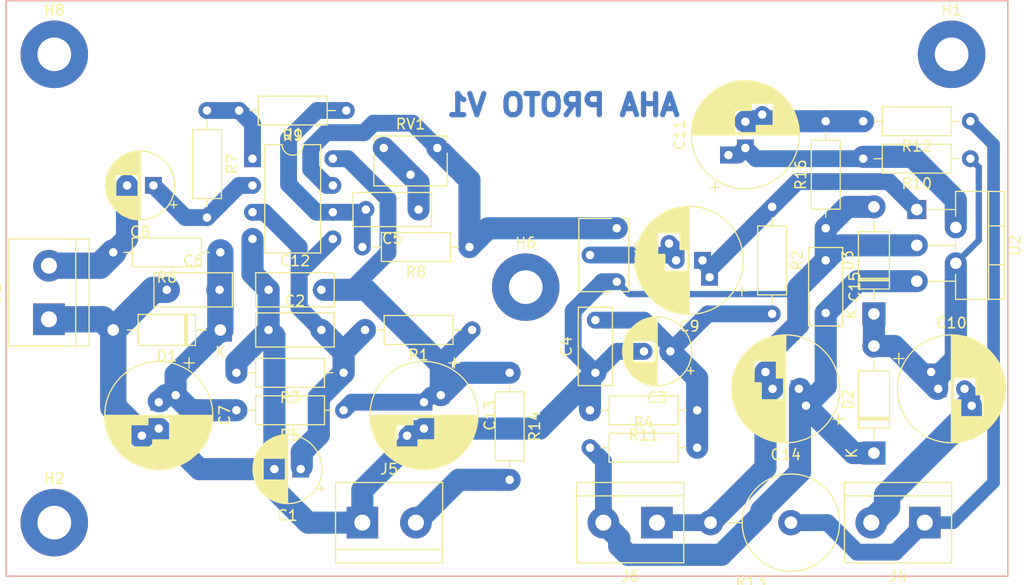
<source format=kicad_pcb>
(kicad_pcb (version 20171130) (host pcbnew "(5.1.5)-3")
  (layers (0 F.Cu signal) (31 B.Cu signal) (34 B.Paste user) (35 F.Paste user) (36 B.SilkS user) (37 F.SilkS user hide) (38 B.Mask user) (39 F.Mask user) (44 Edge.Cuts user))
  (net 0 "")
  (net 1 GND)
  (net 2 "Net-(C5-Pad2)")
  (net 3 "Net-(C5-Pad1)")
  (net 4 "Net-(C6-Pad2)")
  (net 5 "Net-(C8-Pad2)")
  (net 6 "Net-(C10-Pad1)")
  (net 7 "Net-(C9-Pad1)")
  (net 8 "Net-(C10-Pad2)")
  (net 9 "Net-(C11-Pad2)")
  (net 10 "Net-(C11-Pad1)")
  (net 11 VCC1)
  (net 12 VCC2)
  (net 13 "Net-(J4-Pad1)")
  (net 14 "Net-(C9-Pad2)")
  (net 15 "Net-(R7-Pad1)")
  (net 16 "Net-(C8-Pad1)")
  (net 17 VGND)
  (net 18 "Net-(C3-Pad1)")
  (net 19 "Net-(J5-Pad2)")
  (net 20 "Net-(R8-Pad1)")
  (module Resistor_THT:R_Axial_DIN0207_L6.3mm_D2.5mm_P10.16mm_Horizontal (layer F.Cu) (at 114.3 104.648)
    (fp_text reference R4 (at 5.08 -2.37) (layer F.SilkS))
    (fp_text value 22k)
    (pad 2 thru_hole oval (at 10.16 0) (size 1.6 1.6) (drill 0.8) (layers *.Cu *.Mask) (net 18 "Net-(C3-Pad1)"))
    (pad 1 thru_hole circle (at 0 0) (size 1.6 1.6) (drill 0.8) (layers *.Cu *.Mask) (net 12 VCC2))
  )
  (module Diode_THT:D_DO-41_SOD81_P10.16mm_Horizontal (layer F.Cu) (at 141.224 91.948 90)
    (fp_text reference D3 (at 5.08 -2.47 90) (layer F.SilkS))
    (fp_text value 1N4001)
    (fp_text user K (at 0 -2.1 90) (layer F.SilkS))
    (pad 2 thru_hole oval (at 10.16 0 90) (size 2.2 2.2) (drill 1.1) (layers *.Cu *.Mask) (net 1 GND))
    (pad 1 thru_hole rect (at 0 0 90) (size 2.2 2.2) (drill 1.1) (layers *.Cu *.Mask) (net 6 "Net-(C10-Pad1)"))
  )
  (module Diode_THT:D_DO-41_SOD81_P10.16mm_Horizontal (layer F.Cu) (at 141.224 105.156 90)
    (fp_text reference D2 (at 5.08 -2.47 90) (layer F.SilkS))
    (fp_text value 1N4001)
    (fp_text user K (at 0 -2.1 90) (layer F.SilkS))
    (pad 2 thru_hole oval (at 10.16 0 90) (size 2.2 2.2) (drill 1.1) (layers *.Cu *.Mask) (net 6 "Net-(C10-Pad1)"))
    (pad 1 thru_hole rect (at 0 0 90) (size 2.2 2.2) (drill 1.1) (layers *.Cu *.Mask) (net 12 VCC2))
  )
  (module TerminalBlock:TerminalBlock_bornier-2_P5.08mm (layer F.Cu) (at 92.71 111.76)
    (fp_text reference J5 (at 2.54 -5.08) (layer F.SilkS))
    (fp_text value power)
    (pad 2 thru_hole circle (at 5.08 0) (size 3 3) (drill 1.52) (layers *.Cu *.Mask) (net 19 "Net-(J5-Pad2)"))
    (pad 1 thru_hole rect (at 0 0) (size 3 3) (drill 1.52) (layers *.Cu *.Mask) (net 1 GND))
  )
  (module TerminalBlock:TerminalBlock_bornier-2_P5.08mm (layer F.Cu) (at 120.65 111.76 180)
    (fp_text reference J6 (at 2.54 -5.08) (layer F.SilkS))
    (fp_text value power)
    (pad 2 thru_hole circle (at 5.08 0 180) (size 3 3) (drill 1.52) (layers *.Cu *.Mask) (net 12 VCC2))
    (pad 1 thru_hole rect (at 0 0 180) (size 3 3) (drill 1.52) (layers *.Cu *.Mask) (net 1 GND))
  )
  (module Resistor_THT:R_Axial_DIN0207_L6.3mm_D2.5mm_P10.16mm_Horizontal (layer F.Cu) (at 124.46 101.092 180)
    (fp_text reference R11 (at 5.08 -2.37) (layer F.SilkS))
    (fp_text value 22k)
    (pad 2 thru_hole oval (at 10.16 0 180) (size 1.6 1.6) (drill 0.8) (layers *.Cu *.Mask) (net 1 GND))
    (pad 1 thru_hole circle (at 0 0 180) (size 1.6 1.6) (drill 0.8) (layers *.Cu *.Mask) (net 18 "Net-(C3-Pad1)"))
  )
  (module Resistor_THT:R_Axial_DIN0207_L6.3mm_D2.5mm_P10.16mm_Horizontal (layer F.Cu) (at 131.572 81.788 270)
    (fp_text reference R2 (at 5.08 -2.37 90) (layer F.SilkS))
    (fp_text value 22k)
    (pad 2 thru_hole oval (at 10.16 0 270) (size 1.6 1.6) (drill 0.8) (layers *.Cu *.Mask) (net 18 "Net-(C3-Pad1)"))
    (pad 1 thru_hole circle (at 0 0 270) (size 1.6 1.6) (drill 0.8) (layers *.Cu *.Mask) (net 7 "Net-(C9-Pad1)"))
  )
  (module Capacitor_THT:C_Rect_L7.2mm_W3.0mm_P5.00mm_FKS2_FKP2_MKS2_MKP2 (layer F.Cu) (at 114.808 97.536 90)
    (fp_text reference C4 (at 2.5 -2.75 90) (layer F.SilkS))
    (fp_text value 100n)
    (pad 2 thru_hole circle (at 5 0 90) (size 1.6 1.6) (drill 0.8) (layers *.Cu *.Mask) (net 18 "Net-(C3-Pad1)"))
    (pad 1 thru_hole circle (at 0 0 90) (size 1.6 1.6) (drill 0.8) (layers *.Cu *.Mask) (net 1 GND))
  )
  (module Capacitor_THT:CP_Radial_D6.3mm_P2.50mm (layer F.Cu) (at 121.92 95.504 180)
    (fp_text reference C3 (at 1.25 -4.4) (layer F.SilkS))
    (fp_text value "22u 16V")
    (pad 2 thru_hole circle (at 2.5 0 180) (size 1.6 1.6) (drill 0.8) (layers *.Cu *.Mask) (net 1 GND))
    (pad 1 thru_hole rect (at 0 0 180) (size 1.6 1.6) (drill 0.8) (layers *.Cu *.Mask) (net 18 "Net-(C3-Pad1)"))
  )
  (module Capacitor_THT:CP_Radial_D10.0mm_P2.50mm_P5.00mm (layer F.Cu) (at 129.032 76.2 90)
    (fp_text reference C11 (at 1.25 -6.25 90) (layer F.SilkS))
    (fp_text value "1000u 16V")
    (pad 2 thru_hole circle (at 3.170937 1.6 90) (size 1.6 1.6) (drill 0.8) (layers *.Cu *.Mask) (net 9 "Net-(C11-Pad2)"))
    (pad 1 thru_hole rect (at -0.670937 -1.6 90) (size 1.6 1.6) (drill 0.8) (layers *.Cu *.Mask) (net 10 "Net-(C11-Pad1)"))
    (pad 2 thru_hole circle (at 2.5 0 90) (size 1.6 1.6) (drill 0.8) (layers *.Cu *.Mask) (net 9 "Net-(C11-Pad2)"))
    (pad 1 thru_hole rect (at 0 0 90) (size 1.6 1.6) (drill 0.8) (layers *.Cu *.Mask) (net 10 "Net-(C11-Pad1)"))
  )
  (module Capacitor_THT:CP_Radial_D10.0mm_P2.50mm_P5.00mm (layer F.Cu) (at 98.552 100.33 270)
    (fp_text reference C13 (at 1.25 -6.25 90) (layer F.SilkS))
    (fp_text value "220u 35V")
    (pad 2 thru_hole circle (at 3.170937 1.6 270) (size 1.6 1.6) (drill 0.8) (layers *.Cu *.Mask) (net 1 GND))
    (pad 1 thru_hole rect (at -0.670937 -1.6 270) (size 1.6 1.6) (drill 0.8) (layers *.Cu *.Mask) (net 11 VCC1))
    (pad 2 thru_hole circle (at 2.5 0 270) (size 1.6 1.6) (drill 0.8) (layers *.Cu *.Mask) (net 1 GND))
    (pad 1 thru_hole rect (at 0 0 270) (size 1.6 1.6) (drill 0.8) (layers *.Cu *.Mask) (net 11 VCC1))
  )
  (module MountingHole:MountingHole_3.2mm_M3_Pad (layer F.Cu) (at 108.204 89.408)
    (fp_text reference H6 (at 0 -4.2) (layer F.SilkS))
    (fp_text value MountingHole)
    (pad 1 thru_hole circle (at 0 0) (size 6.4 6.4) (drill 3.2) (layers *.Cu *.Mask))
  )
  (module MountingHole:MountingHole_3.2mm_M3_Pad (layer F.Cu) (at 148.59 67.31)
    (fp_text reference H1 (at 0 -4.2) (layer F.SilkS))
    (fp_text value MountingHole)
    (pad 1 thru_hole circle (at 0 0) (size 6.4 6.4) (drill 3.2) (layers *.Cu *.Mask))
  )
  (module Capacitor_THT:CP_Radial_D6.3mm_P2.50mm (layer F.Cu) (at 72.898 79.756 180)
    (fp_text reference C8 (at 1.25 -4.4) (layer F.SilkS))
    (fp_text value 2.2u)
    (pad 2 thru_hole circle (at 2.5 0 180) (size 1.6 1.6) (drill 0.8) (layers *.Cu *.Mask) (net 5 "Net-(C8-Pad2)"))
    (pad 1 thru_hole rect (at 0 0 180) (size 1.6 1.6) (drill 0.8) (layers *.Cu *.Mask) (net 16 "Net-(C8-Pad1)"))
  )
  (module Resistor_THT:R_Axial_DIN0207_L6.3mm_D2.5mm_P10.16mm_Horizontal (layer F.Cu) (at 91.186 72.644 180)
    (fp_text reference R9 (at 5.08 -2.37) (layer F.SilkS))
    (fp_text value 22k)
    (pad 2 thru_hole oval (at 10.16 0 180) (size 1.6 1.6) (drill 0.8) (layers *.Cu *.Mask) (net 15 "Net-(R7-Pad1)"))
    (pad 1 thru_hole circle (at 0 0 180) (size 1.6 1.6) (drill 0.8) (layers *.Cu *.Mask) (net 2 "Net-(C5-Pad2)"))
  )
  (module Resistor_THT:R_Axial_DIN0207_L6.3mm_D2.5mm_P10.16mm_Horizontal (layer F.Cu) (at 103.124 93.472 180)
    (fp_text reference R1 (at 5.08 -2.37) (layer F.SilkS))
    (fp_text value 22k)
    (pad 2 thru_hole oval (at 10.16 0 180) (size 1.6 1.6) (drill 0.8) (layers *.Cu *.Mask) (net 17 VGND))
    (pad 1 thru_hole circle (at 0 0 180) (size 1.6 1.6) (drill 0.8) (layers *.Cu *.Mask) (net 11 VCC1))
  )
  (module Resistor_THT:R_Axial_DIN0918_L18.0mm_D9.0mm_P7.62mm_Vertical (layer F.Cu) (at 133.35 111.76 180)
    (fp_text reference R13 (at 3.81 -5.62) (layer F.SilkS))
    (fp_text value 0.47)
    (pad 2 thru_hole oval (at 7.62 0 180) (size 2.4 2.4) (drill 1.2) (layers *.Cu *.Mask) (net 1 GND))
    (pad 1 thru_hole circle (at 0 0 180) (size 2.4 2.4) (drill 1.2) (layers *.Cu *.Mask) (net 13 "Net-(J4-Pad1)"))
  )
  (module Capacitor_THT:CP_Radial_D10.0mm_P2.50mm_P5.00mm (layer F.Cu) (at 124.968 86.868 180)
    (fp_text reference C9 (at 1.25 -6.25) (layer F.SilkS))
    (fp_text value "22u 16V")
    (pad 2 thru_hole circle (at 3.170937 1.6 180) (size 1.6 1.6) (drill 0.8) (layers *.Cu *.Mask) (net 14 "Net-(C9-Pad2)"))
    (pad 1 thru_hole rect (at -0.670937 -1.6 180) (size 1.6 1.6) (drill 0.8) (layers *.Cu *.Mask) (net 7 "Net-(C9-Pad1)"))
    (pad 2 thru_hole circle (at 2.5 0 180) (size 1.6 1.6) (drill 0.8) (layers *.Cu *.Mask) (net 14 "Net-(C9-Pad2)"))
    (pad 1 thru_hole rect (at 0 0 180) (size 1.6 1.6) (drill 0.8) (layers *.Cu *.Mask) (net 7 "Net-(C9-Pad1)"))
  )
  (module Capacitor_THT:C_Rect_L7.2mm_W3.0mm_P5.00mm_FKS2_FKP2_MKS2_MKP2 (layer F.Cu) (at 136.652 86.868 270)
    (fp_text reference C15 (at 2.5 -2.75 90) (layer F.SilkS))
    (fp_text value 100n)
    (pad 2 thru_hole circle (at 5 0 270) (size 1.6 1.6) (drill 0.8) (layers *.Cu *.Mask) (net 12 VCC2))
    (pad 1 thru_hole circle (at 0 0 270) (size 1.6 1.6) (drill 0.8) (layers *.Cu *.Mask) (net 1 GND))
  )
  (module Resistor_THT:R_Axial_DIN0207_L6.3mm_D2.5mm_P10.16mm_Horizontal (layer F.Cu) (at 136.652 83.82 90)
    (fp_text reference R16 (at 5.08 -2.37 90) (layer F.SilkS))
    (fp_text value 1k)
    (pad 2 thru_hole oval (at 10.16 0 90) (size 1.6 1.6) (drill 0.8) (layers *.Cu *.Mask) (net 9 "Net-(C11-Pad2)"))
    (pad 1 thru_hole circle (at 0 0 90) (size 1.6 1.6) (drill 0.8) (layers *.Cu *.Mask) (net 1 GND))
  )
  (module Capacitor_THT:CP_Radial_D10.0mm_P2.50mm_P5.00mm (layer F.Cu) (at 134.112 99.06 180)
    (fp_text reference C14 (at 1.25 -6.25) (layer F.SilkS))
    (fp_text value "2200u 35V")
    (pad 2 thru_hole circle (at 3.170937 1.6 180) (size 1.6 1.6) (drill 0.8) (layers *.Cu *.Mask) (net 1 GND))
    (pad 1 thru_hole rect (at -0.670937 -1.6 180) (size 1.6 1.6) (drill 0.8) (layers *.Cu *.Mask) (net 12 VCC2))
    (pad 2 thru_hole circle (at 2.5 0 180) (size 1.6 1.6) (drill 0.8) (layers *.Cu *.Mask) (net 1 GND))
    (pad 1 thru_hole rect (at 0 0 180) (size 1.6 1.6) (drill 0.8) (layers *.Cu *.Mask) (net 12 VCC2))
  )
  (module Capacitor_THT:CP_Radial_D10.0mm_P2.50mm_P5.00mm (layer F.Cu) (at 147.32 99.06)
    (fp_text reference C10 (at 1.25 -6.25) (layer F.SilkS))
    (fp_text value "2200u 35V")
    (pad 2 thru_hole circle (at 3.170937 1.6) (size 1.6 1.6) (drill 0.8) (layers *.Cu *.Mask) (net 8 "Net-(C10-Pad2)"))
    (pad 1 thru_hole rect (at -0.670937 -1.6) (size 1.6 1.6) (drill 0.8) (layers *.Cu *.Mask) (net 6 "Net-(C10-Pad1)"))
    (pad 2 thru_hole circle (at 2.5 0) (size 1.6 1.6) (drill 0.8) (layers *.Cu *.Mask) (net 8 "Net-(C10-Pad2)"))
    (pad 1 thru_hole rect (at 0 0) (size 1.6 1.6) (drill 0.8) (layers *.Cu *.Mask) (net 6 "Net-(C10-Pad1)"))
  )
  (module Capacitor_THT:C_Rect_L7.2mm_W3.0mm_P5.00mm_FKS2_FKP2_MKS2_MKP2 (layer F.Cu) (at 98.044 82.042 180)
    (fp_text reference C5 (at 2.5 -2.75) (layer F.SilkS))
    (fp_text value 100n)
    (pad 2 thru_hole circle (at 5 0 180) (size 1.6 1.6) (drill 0.8) (layers *.Cu *.Mask) (net 2 "Net-(C5-Pad2)"))
    (pad 1 thru_hole circle (at 0 0 180) (size 1.6 1.6) (drill 0.8) (layers *.Cu *.Mask) (net 3 "Net-(C5-Pad1)"))
  )
  (module Resistor_THT:R_Axial_DIN0207_L6.3mm_D2.5mm_P10.16mm_Horizontal (layer F.Cu) (at 77.978 72.644 270)
    (fp_text reference R7 (at 5.08 -2.37 90) (layer F.SilkS))
    (fp_text value 75k)
    (pad 2 thru_hole oval (at 10.16 0 270) (size 1.6 1.6) (drill 0.8) (layers *.Cu *.Mask) (net 16 "Net-(C8-Pad1)"))
    (pad 1 thru_hole circle (at 0 0 270) (size 1.6 1.6) (drill 0.8) (layers *.Cu *.Mask) (net 15 "Net-(R7-Pad1)"))
  )
  (module Capacitor_THT:C_Rect_L7.2mm_W3.0mm_P5.00mm_FKS2_FKP2_MKS2_MKP2 (layer F.Cu) (at 83.82 93.472)
    (fp_text reference C2 (at 2.5 -2.75) (layer F.SilkS))
    (fp_text value 100n)
    (pad 2 thru_hole circle (at 5 0) (size 1.6 1.6) (drill 0.8) (layers *.Cu *.Mask) (net 17 VGND))
    (pad 1 thru_hole circle (at 0 0) (size 1.6 1.6) (drill 0.8) (layers *.Cu *.Mask) (net 1 GND))
  )
  (module Package_DIP:DIP-8_W7.62mm (layer F.Cu) (at 82.296 77.216)
    (fp_text reference U1 (at 3.81 -2.33) (layer F.SilkS))
    (fp_text value NE5532)
    (pad 8 thru_hole oval (at 7.62 0) (size 1.6 1.6) (drill 0.8) (layers *.Cu *.Mask) (net 11 VCC1))
    (pad 4 thru_hole oval (at 0 7.62) (size 1.6 1.6) (drill 0.8) (layers *.Cu *.Mask) (net 1 GND))
    (pad 7 thru_hole oval (at 7.62 2.54) (size 1.6 1.6) (drill 0.8) (layers *.Cu *.Mask) (net 20 "Net-(R8-Pad1)"))
    (pad 3 thru_hole oval (at 0 5.08) (size 1.6 1.6) (drill 0.8) (layers *.Cu *.Mask) (net 17 VGND))
    (pad 6 thru_hole oval (at 7.62 5.08) (size 1.6 1.6) (drill 0.8) (layers *.Cu *.Mask) (net 2 "Net-(C5-Pad2)"))
    (pad 2 thru_hole oval (at 0 2.54) (size 1.6 1.6) (drill 0.8) (layers *.Cu *.Mask) (net 16 "Net-(C8-Pad1)"))
    (pad 5 thru_hole oval (at 7.62 7.62) (size 1.6 1.6) (drill 0.8) (layers *.Cu *.Mask) (net 17 VGND))
    (pad 1 thru_hole rect (at 0 0) (size 1.6 1.6) (drill 0.8) (layers *.Cu *.Mask) (net 15 "Net-(R7-Pad1)"))
  )
  (module Resistor_THT:R_Axial_DIN0207_L6.3mm_D2.5mm_P10.16mm_Horizontal (layer F.Cu) (at 102.87 85.598 180)
    (fp_text reference R8 (at 5.08 -2.37) (layer F.SilkS))
    (fp_text value 22k)
    (pad 2 thru_hole oval (at 10.16 0 180) (size 1.6 1.6) (drill 0.8) (layers *.Cu *.Mask) (net 2 "Net-(C5-Pad2)"))
    (pad 1 thru_hole circle (at 0 0 180) (size 1.6 1.6) (drill 0.8) (layers *.Cu *.Mask) (net 20 "Net-(R8-Pad1)"))
  )
  (module Package_TO_SOT_THT:TO-220-5_P3.4x3.7mm_StaggerOdd_Lead3.8mm_Vertical (layer F.Cu) (at 145.288 82.042 270)
    (fp_text reference U2 (at 3.4 -9.32 90) (layer F.SilkS))
    (fp_text value TDA2050)
    (pad 5 thru_hole oval (at 6.8 0 270) (size 1.8 1.8) (drill 1.1) (layers *.Cu *.Mask) (net 12 VCC2))
    (pad 4 thru_hole oval (at 5.1 -3.7 270) (size 1.8 1.8) (drill 1.1) (layers *.Cu *.Mask) (net 6 "Net-(C10-Pad1)"))
    (pad 3 thru_hole oval (at 3.4 0 270) (size 1.8 1.8) (drill 1.1) (layers *.Cu *.Mask) (net 1 GND))
    (pad 2 thru_hole oval (at 1.7 -3.7 270) (size 1.8 1.8) (drill 1.1) (layers *.Cu *.Mask) (net 10 "Net-(C11-Pad1)"))
    (pad 1 thru_hole rect (at 0 0 270) (size 1.8 1.8) (drill 1.1) (layers *.Cu *.Mask) (net 7 "Net-(C9-Pad1)"))
  )
  (module Potentiometer_THT:Potentiometer_Bourns_3266W_Vertical (layer F.Cu) (at 116.84 88.9 270)
    (fp_text reference RV2 (at -2.54 -2.27 90) (layer F.SilkS))
    (fp_text value 22k)
    (pad 3 thru_hole circle (at -5.08 0 270) (size 1.44 1.44) (drill 0.8) (layers *.Cu *.Mask) (net 20 "Net-(R8-Pad1)"))
    (pad 2 thru_hole circle (at -2.54 2.54 270) (size 1.44 1.44) (drill 0.8) (layers *.Cu *.Mask) (net 14 "Net-(C9-Pad2)"))
    (pad 1 thru_hole circle (at 0 0 270) (size 1.44 1.44) (drill 0.8) (layers *.Cu *.Mask) (net 1 GND))
  )
  (module Potentiometer_THT:Potentiometer_Bourns_3266W_Vertical (layer F.Cu) (at 99.822 76.2)
    (fp_text reference RV1 (at -2.54 -2.27) (layer F.SilkS))
    (fp_text value 1k)
    (pad 3 thru_hole circle (at -5.08 0) (size 1.44 1.44) (drill 0.8) (layers *.Cu *.Mask) (net 3 "Net-(C5-Pad1)"))
    (pad 2 thru_hole circle (at -2.54 2.54) (size 1.44 1.44) (drill 0.8) (layers *.Cu *.Mask) (net 3 "Net-(C5-Pad1)"))
    (pad 1 thru_hole circle (at 0 0) (size 1.44 1.44) (drill 0.8) (layers *.Cu *.Mask) (net 20 "Net-(R8-Pad1)"))
  )
  (module Resistor_THT:R_Axial_DIN0207_L6.3mm_D2.5mm_P10.16mm_Horizontal (layer F.Cu) (at 106.68 97.536 270)
    (fp_text reference R14 (at 5.08 -2.37 90) (layer F.SilkS))
    (fp_text value 1)
    (pad 2 thru_hole oval (at 10.16 0 270) (size 1.6 1.6) (drill 0.8) (layers *.Cu *.Mask) (net 19 "Net-(J5-Pad2)"))
    (pad 1 thru_hole circle (at 0 0 270) (size 1.6 1.6) (drill 0.8) (layers *.Cu *.Mask) (net 11 VCC1))
  )
  (module Resistor_THT:R_Axial_DIN0207_L6.3mm_D2.5mm_P10.16mm_Horizontal (layer F.Cu) (at 150.368 73.66 180)
    (fp_text reference R12 (at 5.08 -2.37) (layer F.SilkS))
    (fp_text value 100)
    (pad 2 thru_hole oval (at 10.16 0 180) (size 1.6 1.6) (drill 0.8) (layers *.Cu *.Mask) (net 9 "Net-(C11-Pad2)"))
    (pad 1 thru_hole circle (at 0 0 180) (size 1.6 1.6) (drill 0.8) (layers *.Cu *.Mask) (net 13 "Net-(J4-Pad1)"))
  )
  (module Resistor_THT:R_Axial_DIN0207_L6.3mm_D2.5mm_P10.16mm_Horizontal (layer F.Cu) (at 150.368 77.216 180)
    (fp_text reference R10 (at 5.08 -2.37) (layer F.SilkS))
    (fp_text value 22k)
    (pad 2 thru_hole oval (at 10.16 0 180) (size 1.6 1.6) (drill 0.8) (layers *.Cu *.Mask) (net 10 "Net-(C11-Pad1)"))
    (pad 1 thru_hole circle (at 0 0 180) (size 1.6 1.6) (drill 0.8) (layers *.Cu *.Mask) (net 6 "Net-(C10-Pad1)"))
  )
  (module Resistor_THT:R_Axial_DIN0207_L6.3mm_D2.5mm_P10.16mm_Horizontal (layer F.Cu) (at 79.248 86.106 180)
    (fp_text reference R6 (at 5.08 -2.37) (layer F.SilkS))
    (fp_text value 13.7k)
    (pad 2 thru_hole oval (at 10.16 0 180) (size 1.6 1.6) (drill 0.8) (layers *.Cu *.Mask) (net 5 "Net-(C8-Pad2)"))
    (pad 1 thru_hole circle (at 0 0 180) (size 1.6 1.6) (drill 0.8) (layers *.Cu *.Mask) (net 4 "Net-(C6-Pad2)"))
  )
  (module Resistor_THT:R_Axial_DIN0207_L6.3mm_D2.5mm_P10.16mm_Horizontal (layer F.Cu) (at 90.932 101.092 180)
    (fp_text reference R5 (at 5.08 -2.37) (layer F.SilkS))
    (fp_text value 220)
    (pad 2 thru_hole oval (at 10.16 0 180) (size 1.6 1.6) (drill 0.8) (layers *.Cu *.Mask) (net 4 "Net-(C6-Pad2)"))
    (pad 1 thru_hole circle (at 0 0 180) (size 1.6 1.6) (drill 0.8) (layers *.Cu *.Mask) (net 11 VCC1))
  )
  (module Resistor_THT:R_Axial_DIN0207_L6.3mm_D2.5mm_P10.16mm_Horizontal (layer F.Cu) (at 90.932 97.536 180)
    (fp_text reference R3 (at 5.08 -2.37) (layer F.SilkS))
    (fp_text value 22k)
    (pad 2 thru_hole oval (at 10.16 0 180) (size 1.6 1.6) (drill 0.8) (layers *.Cu *.Mask) (net 1 GND))
    (pad 1 thru_hole circle (at 0 0 180) (size 1.6 1.6) (drill 0.8) (layers *.Cu *.Mask) (net 17 VGND))
  )
  (module TerminalBlock:TerminalBlock_bornier-2_P5.08mm (layer F.Cu) (at 146.05 111.76 180)
    (fp_text reference J4 (at 2.54 -5.08) (layer F.SilkS))
    (fp_text value amp-out)
    (pad 2 thru_hole circle (at 5.08 0 180) (size 3 3) (drill 1.52) (layers *.Cu *.Mask) (net 8 "Net-(C10-Pad2)"))
    (pad 1 thru_hole rect (at 0 0 180) (size 3 3) (drill 1.52) (layers *.Cu *.Mask) (net 13 "Net-(J4-Pad1)"))
  )
  (module TerminalBlock:TerminalBlock_bornier-2_P5.08mm (layer F.Cu) (at 62.992 92.456 90)
    (fp_text reference J1 (at 2.54 -5.08 90) (layer F.SilkS))
    (fp_text value mic-in)
    (pad 2 thru_hole circle (at 5.08 0 90) (size 3 3) (drill 1.52) (layers *.Cu *.Mask) (net 5 "Net-(C8-Pad2)"))
    (pad 1 thru_hole rect (at 0 0 90) (size 3 3) (drill 1.52) (layers *.Cu *.Mask) (net 1 GND))
  )
  (module MountingHole:MountingHole_3.2mm_M3_Pad (layer F.Cu) (at 63.5 67.31)
    (fp_text reference H8 (at 0 -4.2) (layer F.SilkS))
    (fp_text value MountingHole)
    (pad 1 thru_hole circle (at 0 0) (size 6.4 6.4) (drill 3.2) (layers *.Cu *.Mask))
  )
  (module MountingHole:MountingHole_3.2mm_M3_Pad (layer F.Cu) (at 63.5 111.76)
    (fp_text reference H2 (at 0 -4.2) (layer F.SilkS))
    (fp_text value MountingHole)
    (pad 1 thru_hole circle (at 0 0) (size 6.4 6.4) (drill 3.2) (layers *.Cu *.Mask))
  )
  (module Diode_THT:D_DO-41_SOD81_P10.16mm_Horizontal (layer F.Cu) (at 79.248 93.472 180)
    (fp_text reference D1 (at 5.08 -2.47) (layer F.SilkS))
    (fp_text value 9V)
    (fp_text user K (at 0 -2.1) (layer F.SilkS))
    (pad 2 thru_hole oval (at 10.16 0 180) (size 2.2 2.2) (drill 1.1) (layers *.Cu *.Mask) (net 1 GND))
    (pad 1 thru_hole rect (at 0 0 180) (size 2.2 2.2) (drill 1.1) (layers *.Cu *.Mask) (net 4 "Net-(C6-Pad2)"))
  )
  (module Capacitor_THT:C_Rect_L7.2mm_W3.0mm_P5.00mm_FKS2_FKP2_MKS2_MKP2 (layer F.Cu) (at 83.82 89.662)
    (fp_text reference C12 (at 2.5 -2.75) (layer F.SilkS))
    (fp_text value 100n)
    (pad 2 thru_hole circle (at 5 0) (size 1.6 1.6) (drill 0.8) (layers *.Cu *.Mask) (net 11 VCC1))
    (pad 1 thru_hole circle (at 0 0) (size 1.6 1.6) (drill 0.8) (layers *.Cu *.Mask) (net 1 GND))
  )
  (module Capacitor_THT:CP_Radial_D10.0mm_P2.50mm_P5.00mm (layer F.Cu) (at 73.406 100.33 270)
    (fp_text reference C7 (at 1.25 -6.25 90) (layer F.SilkS))
    (fp_text value "220u 16V")
    (pad 2 thru_hole circle (at 3.170937 1.6 270) (size 1.6 1.6) (drill 0.8) (layers *.Cu *.Mask) (net 1 GND))
    (pad 1 thru_hole rect (at -0.670937 -1.6 270) (size 1.6 1.6) (drill 0.8) (layers *.Cu *.Mask) (net 4 "Net-(C6-Pad2)"))
    (pad 2 thru_hole circle (at 2.5 0 270) (size 1.6 1.6) (drill 0.8) (layers *.Cu *.Mask) (net 1 GND))
    (pad 1 thru_hole rect (at 0 0 270) (size 1.6 1.6) (drill 0.8) (layers *.Cu *.Mask) (net 4 "Net-(C6-Pad2)"))
  )
  (module Capacitor_THT:C_Rect_L7.2mm_W3.0mm_P5.00mm_FKS2_FKP2_MKS2_MKP2 (layer F.Cu) (at 74.168 89.662)
    (fp_text reference C6 (at 2.5 -2.75) (layer F.SilkS))
    (fp_text value 100n)
    (pad 2 thru_hole circle (at 5 0) (size 1.6 1.6) (drill 0.8) (layers *.Cu *.Mask) (net 4 "Net-(C6-Pad2)"))
    (pad 1 thru_hole circle (at 0 0) (size 1.6 1.6) (drill 0.8) (layers *.Cu *.Mask) (net 1 GND))
  )
  (module Capacitor_THT:CP_Radial_D6.3mm_P2.50mm (layer F.Cu) (at 86.868 106.68 180)
    (fp_text reference C1 (at 1.25 -4.4) (layer F.SilkS))
    (fp_text value "22u 16V")
    (pad 2 thru_hole circle (at 2.5 0 180) (size 1.6 1.6) (drill 0.8) (layers *.Cu *.Mask) (net 1 GND))
    (pad 1 thru_hole rect (at 0 0 180) (size 1.6 1.6) (drill 0.8) (layers *.Cu *.Mask) (net 17 VGND))
  )
  (gr_text "AHA PROTO V1" (at 111.76 72.136) (layer B.Cu) (effects (font (size 2 2) (thickness 0.5)) (justify mirror)))
  (gr_line (start 58.928 116.84) (end 153.924 116.84) (layer B.SilkS) (width 0.15))
  (gr_line (start 58.928 62.23) (end 58.928 116.84) (layer B.SilkS) (width 0.15))
  (gr_line (start 153.924 62.23) (end 58.928 62.23) (layer B.SilkS) (width 0.15))
  (gr_line (start 153.924 116.84) (end 153.924 62.23) (layer B.SilkS) (width 0.15))
  (segment (start 97.622937 102.83) (end 96.952 103.500937) (width 1.6) (layer B.Cu) (net 1))
  (segment (start 98.552 102.83) (end 97.622937 102.83) (width 1.6) (layer B.Cu) (net 1))
  (segment (start 117.559999 89.619999) (end 116.84 88.9) (width 0.6) (layer B.Cu) (net 1))
  (segment (start 118.00801 90.06801) (end 117.559999 89.619999) (width 0.6) (layer B.Cu) (net 1))
  (segment (start 133.45199 90.06801) (end 118.00801 90.06801) (width 0.6) (layer B.Cu) (net 1))
  (segment (start 136.652 86.868) (end 133.45199 90.06801) (width 0.6) (layer B.Cu) (net 1))
  (segment (start 115.821767 88.9) (end 116.84 88.9) (width 1.6) (layer B.Cu) (net 1))
  (segment (start 114.008001 96.736001) (end 114.808 97.536) (width 1.6) (layer B.Cu) (net 1))
  (segment (start 112.70799 95.43599) (end 114.008001 96.736001) (width 1.6) (layer B.Cu) (net 1))
  (segment (start 112.70799 91.666148) (end 112.70799 95.43599) (width 1.6) (layer B.Cu) (net 1))
  (segment (start 115.474138 88.9) (end 112.70799 91.666148) (width 1.6) (layer B.Cu) (net 1))
  (segment (start 116.84 88.9) (end 115.474138 88.9) (width 1.6) (layer B.Cu) (net 1))
  (segment (start 138.078 85.442) (end 136.652 86.868) (width 2.1) (layer B.Cu) (net 1))
  (segment (start 145.288 85.442) (end 138.078 85.442) (width 2.1) (layer B.Cu) (net 1))
  (segment (start 135.852001 87.667999) (end 136.652 86.868) (width 2.1) (layer B.Cu) (net 1))
  (segment (start 134.05199 89.46801) (end 135.852001 87.667999) (width 2.1) (layer B.Cu) (net 1))
  (segment (start 134.05199 92.946012) (end 134.05199 89.46801) (width 2.1) (layer B.Cu) (net 1))
  (segment (start 131.612 95.386002) (end 134.05199 92.946012) (width 2.1) (layer B.Cu) (net 1))
  (segment (start 131.612 99.06) (end 131.612 95.386002) (width 2.1) (layer B.Cu) (net 1))
  (segment (start 136.652 83.82) (end 136.652 86.868) (width 2.1) (layer B.Cu) (net 1))
  (segment (start 138.684 81.788) (end 136.652 83.82) (width 2.1) (layer B.Cu) (net 1))
  (segment (start 141.224 81.788) (end 138.684 81.788) (width 2.1) (layer B.Cu) (net 1))
  (segment (start 114.3 98.044) (end 114.808 97.536) (width 2.1) (layer B.Cu) (net 1))
  (segment (start 114.3 101.092) (end 114.3 98.044) (width 2.1) (layer B.Cu) (net 1))
  (segment (start 116.84 95.504) (end 114.808 97.536) (width 1.6) (layer B.Cu) (net 1))
  (segment (start 119.42 95.504) (end 116.84 95.504) (width 1.6) (layer B.Cu) (net 1))
  (segment (start 120.65 111.76) (end 125.73 111.76) (width 1.6) (layer B.Cu) (net 1))
  (segment (start 130.941063 106.548937) (end 130.941063 97.46) (width 2.1) (layer B.Cu) (net 1))
  (segment (start 125.73 111.76) (end 130.941063 106.548937) (width 2.1) (layer B.Cu) (net 1))
  (segment (start 68.072 92.456) (end 69.088 93.472) (width 2.5) (layer B.Cu) (net 1))
  (segment (start 62.992 92.456) (end 68.072 92.456) (width 2.5) (layer B.Cu) (net 1))
  (segment (start 72.898 89.662) (end 69.088 93.472) (width 2.5) (layer B.Cu) (net 1))
  (segment (start 74.168 89.662) (end 72.898 89.662) (width 2.5) (layer B.Cu) (net 1))
  (segment (start 69.088 100.782937) (end 69.088 93.472) (width 2.5) (layer B.Cu) (net 1))
  (segment (start 71.806 103.500937) (end 69.088 100.782937) (width 2.5) (layer B.Cu) (net 1))
  (segment (start 72.476937 102.83) (end 71.806 103.500937) (width 2.1) (layer B.Cu) (net 1))
  (segment (start 73.406 102.83) (end 72.476937 102.83) (width 2.1) (layer B.Cu) (net 1))
  (segment (start 109.514 102.83) (end 98.552 102.83) (width 2.1) (layer B.Cu) (net 1))
  (segment (start 114.808 97.536) (end 109.514 102.83) (width 2.1) (layer B.Cu) (net 1))
  (segment (start 84.368 94.02) (end 83.82 93.472) (width 2.1) (layer B.Cu) (net 1))
  (segment (start 84.368 106.68) (end 84.368 94.02) (width 2.1) (layer B.Cu) (net 1))
  (segment (start 80.772 96.52) (end 83.82 93.472) (width 2.1) (layer B.Cu) (net 1))
  (segment (start 80.772 97.536) (end 80.772 96.52) (width 2.1) (layer B.Cu) (net 1))
  (segment (start 83.82 93.472) (end 83.82 89.662) (width 2.1) (layer B.Cu) (net 1))
  (segment (start 82.296 88.138) (end 83.82 89.662) (width 2.1) (layer B.Cu) (net 1))
  (segment (start 82.296 84.836) (end 82.296 88.138) (width 2.1) (layer B.Cu) (net 1))
  (segment (start 87.557998 111.76) (end 89.11 111.76) (width 2.1) (layer B.Cu) (net 1))
  (segment (start 89.11 111.76) (end 92.71 111.76) (width 2.1) (layer B.Cu) (net 1))
  (segment (start 84.368 108.570002) (end 87.557998 111.76) (width 2.1) (layer B.Cu) (net 1))
  (segment (start 84.368 106.68) (end 84.368 108.570002) (width 2.1) (layer B.Cu) (net 1))
  (segment (start 92.71 108.672) (end 98.552 102.83) (width 2.1) (layer B.Cu) (net 1))
  (segment (start 92.71 111.76) (end 92.71 108.672) (width 2.1) (layer B.Cu) (net 1))
  (segment (start 77.256 106.68) (end 73.406 102.83) (width 2.1) (layer B.Cu) (net 1))
  (segment (start 84.368 106.68) (end 77.256 106.68) (width 2.1) (layer B.Cu) (net 1))
  (segment (start 90.05463 72.644) (end 91.186 72.644) (width 1.6) (layer B.Cu) (net 2))
  (segment (start 85.71599 75.338146) (end 88.410136 72.644) (width 1.6) (layer B.Cu) (net 2))
  (segment (start 85.715989 79.657221) (end 85.71599 75.338146) (width 1.6) (layer B.Cu) (net 2))
  (segment (start 88.410136 72.644) (end 90.05463 72.644) (width 1.6) (layer B.Cu) (net 2))
  (segment (start 88.354768 82.296) (end 85.715989 79.657221) (width 1.6) (layer B.Cu) (net 2))
  (segment (start 89.916 82.296) (end 88.354768 82.296) (width 1.6) (layer B.Cu) (net 2))
  (segment (start 92.79 82.296) (end 93.044 82.042) (width 1.6) (layer B.Cu) (net 2))
  (segment (start 89.916 82.296) (end 92.79 82.296) (width 1.6) (layer B.Cu) (net 2))
  (segment (start 92.71 82.376) (end 93.044 82.042) (width 1.6) (layer B.Cu) (net 2))
  (segment (start 92.71 85.598) (end 92.71 82.376) (width 1.6) (layer B.Cu) (net 2))
  (segment (start 98.044 79.502) (end 97.282 78.74) (width 2.1) (layer B.Cu) (net 3))
  (segment (start 98.044 82.042) (end 98.044 79.502) (width 2.1) (layer B.Cu) (net 3))
  (segment (start 97.282 78.74) (end 94.742 76.2) (width 2.1) (layer B.Cu) (net 3))
  (segment (start 79.248 89.742) (end 79.168 89.662) (width 2.5) (layer B.Cu) (net 4))
  (segment (start 79.248 93.472) (end 79.248 89.742) (width 2.5) (layer B.Cu) (net 4))
  (segment (start 79.248 89.582) (end 79.168 89.662) (width 2.5) (layer B.Cu) (net 4))
  (segment (start 79.248 86.106) (end 79.248 89.582) (width 2.5) (layer B.Cu) (net 4))
  (segment (start 76.438937 101.092) (end 75.006 99.659063) (width 2.1) (layer B.Cu) (net 4))
  (segment (start 80.772 101.092) (end 76.438937 101.092) (width 2.1) (layer B.Cu) (net 4))
  (segment (start 73.50601 100.22999) (end 73.406 100.22999) (width 2.1) (layer B.Cu) (net 4))
  (segment (start 75.006 99.659063) (end 74.076937 99.659063) (width 2.1) (layer B.Cu) (net 4))
  (segment (start 74.076937 99.659063) (end 73.50601 100.22999) (width 2.1) (layer B.Cu) (net 4))
  (segment (start 75.006 97.714) (end 79.248 93.472) (width 2.1) (layer B.Cu) (net 4))
  (segment (start 75.006 99.659063) (end 75.006 97.714) (width 2.1) (layer B.Cu) (net 4))
  (segment (start 67.818 87.376) (end 69.088 86.106) (width 2.5) (layer B.Cu) (net 5))
  (segment (start 62.992 87.376) (end 67.818 87.376) (width 2.5) (layer B.Cu) (net 5))
  (segment (start 70.398 84.796) (end 69.088 86.106) (width 2.1) (layer B.Cu) (net 5))
  (segment (start 70.398 79.756) (end 70.398 84.796) (width 2.1) (layer B.Cu) (net 5))
  (segment (start 151.167999 78.015999) (end 150.368 77.216) (width 0.6) (layer B.Cu) (net 6))
  (segment (start 151.167999 84.962001) (end 151.167999 78.015999) (width 0.6) (layer B.Cu) (net 6))
  (segment (start 148.988 87.142) (end 151.167999 84.962001) (width 0.6) (layer B.Cu) (net 6))
  (segment (start 147.21999 97.983041) (end 147.21999 99.06) (width 2.1) (layer B.Cu) (net 6))
  (segment (start 148.988 87.142) (end 148.988 96.215031) (width 2.1) (layer B.Cu) (net 6))
  (segment (start 148.988 96.215031) (end 147.21999 97.983041) (width 2.1) (layer B.Cu) (net 6))
  (segment (start 143.15599 94.996) (end 147.21999 99.06) (width 2.1) (layer B.Cu) (net 6))
  (segment (start 141.224 94.996) (end 143.15599 94.996) (width 2.1) (layer B.Cu) (net 6))
  (segment (start 141.224 94.996) (end 141.224 91.948) (width 2.1) (layer B.Cu) (net 6))
  (segment (start 132.371999 80.988001) (end 131.572 81.788) (width 1.6) (layer B.Cu) (net 7))
  (segment (start 133.972001 79.387999) (end 132.371999 80.988001) (width 1.6) (layer B.Cu) (net 7))
  (segment (start 142.633999 79.387999) (end 133.972001 79.387999) (width 1.6) (layer B.Cu) (net 7))
  (segment (start 145.288 82.042) (end 142.633999 79.387999) (width 1.6) (layer B.Cu) (net 7))
  (segment (start 125.638937 87.721063) (end 131.572 81.788) (width 1.6) (layer B.Cu) (net 7))
  (segment (start 125.638937 88.468) (end 125.638937 87.721063) (width 1.6) (layer B.Cu) (net 7))
  (segment (start 125.638937 87.538937) (end 124.968 86.868) (width 1.6) (layer B.Cu) (net 7))
  (segment (start 125.638937 88.468) (end 125.638937 87.538937) (width 1.6) (layer B.Cu) (net 7))
  (segment (start 150.217999 101.441999) (end 150.217999 100.66) (width 2.5) (layer B.Cu) (net 8))
  (segment (start 142.469999 109.189999) (end 150.217999 101.441999) (width 2.5) (layer B.Cu) (net 8))
  (segment (start 140.97 111.76) (end 142.469999 110.260001) (width 2.5) (layer B.Cu) (net 8))
  (segment (start 142.469999 110.260001) (end 142.469999 109.189999) (width 2.5) (layer B.Cu) (net 8))
  (segment (start 150.490937 99.730937) (end 149.82 99.06) (width 1.6) (layer B.Cu) (net 8))
  (segment (start 150.490937 100.66) (end 150.490937 99.730937) (width 1.6) (layer B.Cu) (net 8))
  (segment (start 140.208 73.66) (end 136.652 73.66) (width 2.1) (layer B.Cu) (net 9))
  (segment (start 129.072 73.66) (end 129.032 73.7) (width 2.1) (layer B.Cu) (net 9))
  (segment (start 136.652 73.66) (end 129.072 73.66) (width 2.1) (layer B.Cu) (net 9))
  (segment (start 144.873991 77.037989) (end 140.208 77.037989) (width 2.1) (layer B.Cu) (net 10))
  (segment (start 148.988 83.742) (end 148.988 81.151998) (width 2.1) (layer B.Cu) (net 10))
  (segment (start 148.988 81.151998) (end 144.873991 77.037989) (width 2.1) (layer B.Cu) (net 10))
  (segment (start 130.048 77.216) (end 129.032 76.2) (width 1.6) (layer B.Cu) (net 10))
  (segment (start 140.208 77.216) (end 130.048 77.216) (width 1.6) (layer B.Cu) (net 10))
  (segment (start 128.361063 76.870937) (end 129.032 76.2) (width 1.6) (layer B.Cu) (net 10))
  (segment (start 127.432 76.870937) (end 128.361063 76.870937) (width 1.6) (layer B.Cu) (net 10))
  (segment (start 100.152 96.444) (end 103.124 93.472) (width 1.6) (layer B.Cu) (net 11))
  (segment (start 100.152 99.659063) (end 100.152 96.444) (width 1.6) (layer B.Cu) (net 11))
  (segment (start 91.694 100.33) (end 90.932 101.092) (width 1.6) (layer B.Cu) (net 11))
  (segment (start 98.552 100.33) (end 91.694 100.33) (width 1.6) (layer B.Cu) (net 11))
  (segment (start 89.95137 89.662) (end 88.82 89.662) (width 1.6) (layer B.Cu) (net 11))
  (segment (start 92.262002 89.662) (end 89.95137 89.662) (width 1.6) (layer B.Cu) (net 11))
  (segment (start 91.04737 77.216) (end 89.916 77.216) (width 1.6) (layer B.Cu) (net 11))
  (segment (start 95.144001 81.033999) (end 91.326002 77.216) (width 1.6) (layer B.Cu) (net 11))
  (segment (start 95.144001 86.133861) (end 95.144001 81.033999) (width 1.6) (layer B.Cu) (net 11))
  (segment (start 91.615862 89.662) (end 95.144001 86.133861) (width 1.6) (layer B.Cu) (net 11))
  (segment (start 91.326002 77.216) (end 91.04737 77.216) (width 1.6) (layer B.Cu) (net 11))
  (segment (start 88.82 89.662) (end 91.615862 89.662) (width 1.6) (layer B.Cu) (net 11))
  (segment (start 99.222937 99.659063) (end 98.552 100.33) (width 1.6) (layer B.Cu) (net 11))
  (segment (start 100.152 99.659063) (end 99.222937 99.659063) (width 1.6) (layer B.Cu) (net 11))
  (segment (start 102.275063 97.536) (end 100.152 99.659063) (width 2.1) (layer B.Cu) (net 11))
  (segment (start 106.68 97.536) (end 102.275063 97.536) (width 2.1) (layer B.Cu) (net 11))
  (segment (start 93.054937 89.662) (end 89.070009 89.662) (width 2.1) (layer B.Cu) (net 11))
  (segment (start 100.152 99.659063) (end 100.152 96.759063) (width 2.1) (layer B.Cu) (net 11))
  (segment (start 100.152 96.759063) (end 93.054937 89.662) (width 2.1) (layer B.Cu) (net 11))
  (segment (start 134.782937 99.730937) (end 134.112 99.06) (width 1.6) (layer B.Cu) (net 12))
  (segment (start 134.782937 100.66) (end 134.782937 99.730937) (width 1.6) (layer B.Cu) (net 12))
  (segment (start 115.57 105.918) (end 114.3 104.648) (width 1.6) (layer B.Cu) (net 12))
  (segment (start 115.57 110.744) (end 115.57 105.918) (width 1.6) (layer B.Cu) (net 12))
  (segment (start 139.678 88.842) (end 136.652 91.868) (width 2.1) (layer B.Cu) (net 12))
  (segment (start 145.288 88.842) (end 139.678 88.842) (width 2.1) (layer B.Cu) (net 12))
  (segment (start 136.652 98.790937) (end 136.652 91.868) (width 2.1) (layer B.Cu) (net 12))
  (segment (start 134.782937 100.66) (end 136.652 98.790937) (width 2.1) (layer B.Cu) (net 12))
  (segment (start 139.278937 105.156) (end 134.782937 100.66) (width 2.1) (layer B.Cu) (net 12))
  (segment (start 141.224 105.156) (end 139.278937 105.156) (width 2.1) (layer B.Cu) (net 12))
  (segment (start 134.21201 106.954958) (end 134.21201 99.06) (width 2.1) (layer B.Cu) (net 12))
  (segment (start 130.556 110.610968) (end 134.21201 106.954958) (width 2.1) (layer B.Cu) (net 12))
  (segment (start 130.556 111.004002) (end 130.556 110.610968) (width 2.1) (layer B.Cu) (net 12))
  (segment (start 117.069999 113.259999) (end 117.069999 113.970001) (width 2.1) (layer B.Cu) (net 12))
  (segment (start 115.57 111.76) (end 117.069999 113.259999) (width 2.1) (layer B.Cu) (net 12))
  (segment (start 117.069999 113.970001) (end 117.909999 114.810001) (width 2.1) (layer B.Cu) (net 12))
  (segment (start 117.909999 114.810001) (end 126.750001 114.810001) (width 2.1) (layer B.Cu) (net 12))
  (segment (start 126.750001 114.810001) (end 130.556 111.004002) (width 2.1) (layer B.Cu) (net 12))
  (segment (start 139.625999 114.560001) (end 143.249999 114.560001) (width 1.6) (layer B.Cu) (net 13))
  (segment (start 136.825998 111.76) (end 139.625999 114.560001) (width 1.6) (layer B.Cu) (net 13))
  (segment (start 143.249999 114.560001) (end 146.05 111.76) (width 1.6) (layer B.Cu) (net 13))
  (segment (start 133.35 111.76) (end 136.825998 111.76) (width 1.6) (layer B.Cu) (net 13))
  (segment (start 152.568009 75.860009) (end 151.167999 74.459999) (width 1.2) (layer B.Cu) (net 13))
  (segment (start 151.167999 74.459999) (end 150.368 73.66) (width 1.2) (layer B.Cu) (net 13))
  (segment (start 152.568009 107.941991) (end 152.568009 75.860009) (width 1.2) (layer B.Cu) (net 13))
  (segment (start 148.75 111.76) (end 152.568009 107.941991) (width 1.2) (layer B.Cu) (net 13))
  (segment (start 146.05 111.76) (end 148.75 111.76) (width 1.2) (layer B.Cu) (net 13))
  (segment (start 121.96 86.36) (end 122.468 86.868) (width 1.6) (layer B.Cu) (net 14))
  (segment (start 114.3 86.36) (end 121.96 86.36) (width 1.6) (layer B.Cu) (net 14))
  (segment (start 122.468 85.938937) (end 121.797063 85.268) (width 1.6) (layer B.Cu) (net 14))
  (segment (start 122.468 86.868) (end 122.468 85.938937) (width 1.6) (layer B.Cu) (net 14))
  (segment (start 82.296 73.914) (end 81.026 72.644) (width 1.6) (layer B.Cu) (net 15))
  (segment (start 82.296 77.216) (end 82.296 73.914) (width 1.6) (layer B.Cu) (net 15))
  (segment (start 81.026 72.644) (end 77.978 72.644) (width 1.6) (layer B.Cu) (net 15))
  (segment (start 81.026 79.756) (end 82.296 79.756) (width 1.6) (layer B.Cu) (net 16))
  (segment (start 77.978 82.804) (end 81.026 79.756) (width 1.6) (layer B.Cu) (net 16))
  (segment (start 75.946 82.804) (end 72.898 79.756) (width 1.6) (layer B.Cu) (net 16))
  (segment (start 77.978 82.804) (end 75.946 82.804) (width 1.6) (layer B.Cu) (net 16))
  (segment (start 83.42737 82.296) (end 82.296 82.296) (width 1.6) (layer B.Cu) (net 17))
  (segment (start 86.71999 85.58862) (end 83.42737 82.296) (width 1.6) (layer B.Cu) (net 17))
  (segment (start 88.82 93.472) (end 86.71999 91.37199) (width 1.6) (layer B.Cu) (net 17))
  (segment (start 86.71999 91.37199) (end 86.71999 85.58862) (width 1.6) (layer B.Cu) (net 17))
  (segment (start 88.020001 92.672001) (end 88.82 93.472) (width 1.6) (layer B.Cu) (net 17))
  (segment (start 86.719999 91.371999) (end 88.020001 92.672001) (width 1.6) (layer B.Cu) (net 17))
  (segment (start 86.719999 88.032001) (end 86.719999 91.371999) (width 1.6) (layer B.Cu) (net 17))
  (segment (start 89.916 84.836) (end 86.719999 88.032001) (width 1.6) (layer B.Cu) (net 17))
  (segment (start 90.932 95.584) (end 88.82 93.472) (width 2.1) (layer B.Cu) (net 17))
  (segment (start 90.932 97.536) (end 90.932 95.584) (width 2.1) (layer B.Cu) (net 17))
  (segment (start 90.932 95.504) (end 92.964 93.472) (width 2.1) (layer B.Cu) (net 17))
  (segment (start 90.932 97.536) (end 90.932 95.504) (width 2.1) (layer B.Cu) (net 17))
  (segment (start 86.96801 105.05599) (end 86.96801 106.429991) (width 2.1) (layer B.Cu) (net 17))
  (segment (start 88.581991 103.442009) (end 86.96801 105.05599) (width 2.1) (layer B.Cu) (net 17))
  (segment (start 90.932 97.536) (end 88.581991 99.886009) (width 2.1) (layer B.Cu) (net 17))
  (segment (start 88.581991 99.886009) (end 88.581991 103.442009) (width 2.1) (layer B.Cu) (net 17))
  (segment (start 124.46 104.648) (end 124.46 101.092) (width 2.1) (layer B.Cu) (net 18))
  (segment (start 124.46 98.044) (end 121.92 95.504) (width 2.1) (layer B.Cu) (net 18))
  (segment (start 124.46 101.092) (end 124.46 98.044) (width 2.1) (layer B.Cu) (net 18))
  (segment (start 115.93937 92.536) (end 114.808 92.536) (width 1.6) (layer B.Cu) (net 18))
  (segment (start 119.421862 92.536) (end 115.93937 92.536) (width 1.6) (layer B.Cu) (net 18))
  (segment (start 121.92 95.034138) (end 119.421862 92.536) (width 1.6) (layer B.Cu) (net 18))
  (segment (start 121.92 95.504) (end 121.92 95.034138) (width 1.6) (layer B.Cu) (net 18))
  (segment (start 125.476 91.948) (end 121.92 95.504) (width 1.6) (layer B.Cu) (net 18))
  (segment (start 131.572 91.948) (end 125.476 91.948) (width 1.6) (layer B.Cu) (net 18))
  (segment (start 101.854 107.696) (end 97.79 111.76) (width 2.1) (layer B.Cu) (net 19))
  (segment (start 106.68 107.696) (end 101.854 107.696) (width 2.1) (layer B.Cu) (net 19))
  (segment (start 104.648 83.82) (end 102.87 85.598) (width 2.1) (layer B.Cu) (net 20))
  (segment (start 116.84 83.82) (end 104.648 83.82) (width 2.1) (layer B.Cu) (net 20))
  (segment (start 102.87 79.248) (end 99.822 76.2) (width 2.1) (layer B.Cu) (net 20))
  (segment (start 102.87 85.598) (end 102.87 79.248) (width 2.1) (layer B.Cu) (net 20))
  (segment (start 97.471991 73.849991) (end 99.102001 75.480001) (width 1.6) (layer B.Cu) (net 20))
  (segment (start 93.768593 73.849991) (end 97.471991 73.849991) (width 1.6) (layer B.Cu) (net 20))
  (segment (start 92.874574 74.74401) (end 93.768593 73.849991) (width 1.6) (layer B.Cu) (net 20))
  (segment (start 89.279988 74.74401) (end 92.874574 74.74401) (width 1.6) (layer B.Cu) (net 20))
  (segment (start 87.815999 76.207999) (end 89.279988 74.74401) (width 1.6) (layer B.Cu) (net 20))
  (segment (start 99.102001 75.480001) (end 99.822 76.2) (width 1.6) (layer B.Cu) (net 20))
  (segment (start 87.815999 78.224001) (end 87.815999 76.207999) (width 1.6) (layer B.Cu) (net 20))
  (segment (start 89.347998 79.756) (end 87.815999 78.224001) (width 1.6) (layer B.Cu) (net 20))
  (segment (start 89.916 79.756) (end 89.347998 79.756) (width 1.6) (layer B.Cu) (net 20))
)
</source>
